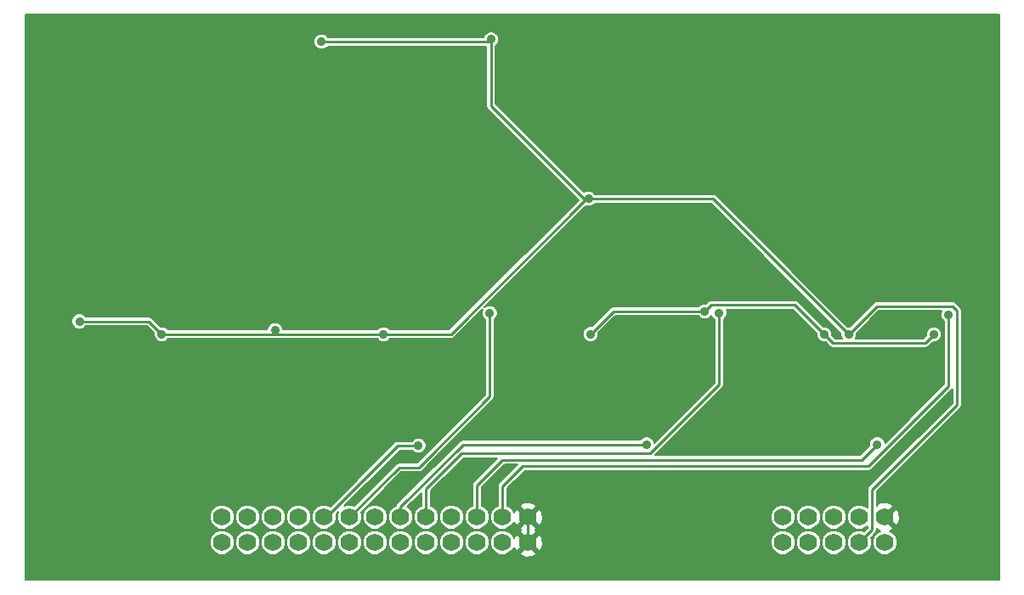
<source format=gbl>
G04 (created by PCBNEW (2013-may-18)-stable) date 2014年03月20日 星期四 16时05分54秒*
%MOIN*%
G04 Gerber Fmt 3.4, Leading zero omitted, Abs format*
%FSLAX34Y34*%
G01*
G70*
G90*
G04 APERTURE LIST*
%ADD10C,0.00590551*%
%ADD11C,0.0693*%
%ADD12C,0.035*%
%ADD13C,0.01*%
%ADD14C,0.005*%
G04 APERTURE END LIST*
G54D10*
G54D11*
X96375Y-73125D03*
X96375Y-72125D03*
X97375Y-73125D03*
X97375Y-72125D03*
X98375Y-73125D03*
X98375Y-72125D03*
X99375Y-73125D03*
X99375Y-72125D03*
X100375Y-73125D03*
X100375Y-72125D03*
X74375Y-73125D03*
X74375Y-72125D03*
X77375Y-73125D03*
X77375Y-72125D03*
X78375Y-73125D03*
X78375Y-72125D03*
X86375Y-72125D03*
X86375Y-73125D03*
X85375Y-72125D03*
X85375Y-73125D03*
X84375Y-72125D03*
X84375Y-73125D03*
X83375Y-72125D03*
X83375Y-73125D03*
X82375Y-72125D03*
X82375Y-73125D03*
X81375Y-72125D03*
X81375Y-73125D03*
X80375Y-72125D03*
X80375Y-73125D03*
X79375Y-72125D03*
X79375Y-73125D03*
X76375Y-72125D03*
X76375Y-73125D03*
X75375Y-72125D03*
X75375Y-73125D03*
G54D12*
X88834Y-64940D03*
X93313Y-64050D03*
X98001Y-64954D03*
X102298Y-64951D03*
X98953Y-64951D03*
X80709Y-64950D03*
X72011Y-64950D03*
X76453Y-64793D03*
X88755Y-59625D03*
X68788Y-64443D03*
X84925Y-53369D03*
X78272Y-53455D03*
X84875Y-64125D03*
X93875Y-64125D03*
X102875Y-64175D03*
X82975Y-68300D03*
X83000Y-67200D03*
X74250Y-69325D03*
X75125Y-70150D03*
X72900Y-65675D03*
X70900Y-67100D03*
X70950Y-68600D03*
X74350Y-65675D03*
X76625Y-63825D03*
X77100Y-62975D03*
X97625Y-58150D03*
X96650Y-60700D03*
X96650Y-61975D03*
X98375Y-62050D03*
X98825Y-67425D03*
X98800Y-68375D03*
X92000Y-67025D03*
X91975Y-67950D03*
X88850Y-64225D03*
X88800Y-63650D03*
X89825Y-68325D03*
X89825Y-67000D03*
X88000Y-68625D03*
X87425Y-67050D03*
X86875Y-63225D03*
X86250Y-63825D03*
X86875Y-64325D03*
X87875Y-64225D03*
X96125Y-64400D03*
X96125Y-67225D03*
X94425Y-67050D03*
X96775Y-64300D03*
X77516Y-64462D03*
X81941Y-64531D03*
X79237Y-64549D03*
X73288Y-64562D03*
X70540Y-62416D03*
X83333Y-64386D03*
X74511Y-64550D03*
X82075Y-69325D03*
X91025Y-69275D03*
X100075Y-69275D03*
G54D13*
X93313Y-64050D02*
X89724Y-64050D01*
X89724Y-64050D02*
X88834Y-64940D01*
X96846Y-63798D02*
X98001Y-64954D01*
X93565Y-63798D02*
X96846Y-63798D01*
X93313Y-64050D02*
X93565Y-63798D01*
X101952Y-65297D02*
X102298Y-64951D01*
X98344Y-65297D02*
X101952Y-65297D01*
X98001Y-64954D02*
X98344Y-65297D01*
X82575Y-64950D02*
X83350Y-64950D01*
X88675Y-59625D02*
X88755Y-59625D01*
X83350Y-64950D02*
X88675Y-59625D01*
X76453Y-64950D02*
X76453Y-64793D01*
X72011Y-64950D02*
X76453Y-64950D01*
X100066Y-63838D02*
X98953Y-64951D01*
X103027Y-63838D02*
X100066Y-63838D01*
X103201Y-64012D02*
X103027Y-63838D01*
X103201Y-67715D02*
X103201Y-64012D01*
X99875Y-71042D02*
X103201Y-67715D01*
X99875Y-72625D02*
X99875Y-71042D01*
X99375Y-73125D02*
X99875Y-72625D01*
X93626Y-59625D02*
X88755Y-59625D01*
X98953Y-64951D02*
X93626Y-59625D01*
X76453Y-64950D02*
X80709Y-64950D01*
X71504Y-64443D02*
X72011Y-64950D01*
X68788Y-64443D02*
X71504Y-64443D01*
X80709Y-64950D02*
X82575Y-64950D01*
X88577Y-59625D02*
X88755Y-59625D01*
X84925Y-53369D02*
X84925Y-53455D01*
X84925Y-55972D02*
X88577Y-59625D01*
X84925Y-53455D02*
X84925Y-55972D01*
X84925Y-53455D02*
X78272Y-53455D01*
X82100Y-70175D02*
X82450Y-69825D01*
X81325Y-70175D02*
X82100Y-70175D01*
X79375Y-72125D02*
X81325Y-70175D01*
X84875Y-67400D02*
X84875Y-67125D01*
X82450Y-69825D02*
X84875Y-67400D01*
X84875Y-67125D02*
X84875Y-64125D01*
X82375Y-72125D02*
X82375Y-71025D01*
X83775Y-69625D02*
X91175Y-69625D01*
X82375Y-71025D02*
X83775Y-69625D01*
X93875Y-66925D02*
X93875Y-64125D01*
X91175Y-69625D02*
X93875Y-66925D01*
X102875Y-66975D02*
X102875Y-64175D01*
X99725Y-70125D02*
X102875Y-66975D01*
X86175Y-70125D02*
X99725Y-70125D01*
X85375Y-70925D02*
X86175Y-70125D01*
X85375Y-72125D02*
X85375Y-70925D01*
X86375Y-73125D02*
X86375Y-72125D01*
X74250Y-69325D02*
X74250Y-70500D01*
X74250Y-70500D02*
X74750Y-71000D01*
X74750Y-71000D02*
X78425Y-71000D01*
X78425Y-71000D02*
X81125Y-68300D01*
X81125Y-68300D02*
X82975Y-68300D01*
X83000Y-67200D02*
X82825Y-67375D01*
X82825Y-67375D02*
X78750Y-67375D01*
X78750Y-67375D02*
X75975Y-70150D01*
X75975Y-70150D02*
X75125Y-70150D01*
X70950Y-68600D02*
X73525Y-68600D01*
X73525Y-68600D02*
X74250Y-69325D01*
X75125Y-70150D02*
X75200Y-70075D01*
X75200Y-70075D02*
X75200Y-66525D01*
X75200Y-66525D02*
X74350Y-65675D01*
X72900Y-65675D02*
X71475Y-67100D01*
X71475Y-67100D02*
X70900Y-67100D01*
X70950Y-68600D02*
X73875Y-65675D01*
X73875Y-65675D02*
X74350Y-65675D01*
X77516Y-64462D02*
X77262Y-64462D01*
X77262Y-64462D02*
X76625Y-63825D01*
X77100Y-62975D02*
X78625Y-62975D01*
X78625Y-62975D02*
X79237Y-63587D01*
X79237Y-63587D02*
X79237Y-64549D01*
X97625Y-58150D02*
X96650Y-59125D01*
X96650Y-59125D02*
X96650Y-60700D01*
X96650Y-61975D02*
X96725Y-62050D01*
X96725Y-62050D02*
X98375Y-62050D01*
X96125Y-67225D02*
X98625Y-67225D01*
X98625Y-67225D02*
X98825Y-67425D01*
X98800Y-68375D02*
X98425Y-68750D01*
X98425Y-68750D02*
X96125Y-68750D01*
X96125Y-68750D02*
X94425Y-67050D01*
X89825Y-67000D02*
X91975Y-67000D01*
X91975Y-67000D02*
X92000Y-67025D01*
X91975Y-67950D02*
X91600Y-68325D01*
X91600Y-68325D02*
X89825Y-68325D01*
X87875Y-64225D02*
X88850Y-64225D01*
X88800Y-63650D02*
X88375Y-63225D01*
X88375Y-63225D02*
X86875Y-63225D01*
X88000Y-68625D02*
X89525Y-68625D01*
X89525Y-68625D02*
X89825Y-68325D01*
X89825Y-67000D02*
X89775Y-67050D01*
X89775Y-67050D02*
X87425Y-67050D01*
X87875Y-64225D02*
X87875Y-66600D01*
X87450Y-63800D02*
X86875Y-63225D01*
X87450Y-64550D02*
X87450Y-63800D01*
X86925Y-65075D02*
X87450Y-64550D01*
X86925Y-67550D02*
X86925Y-65075D01*
X88000Y-68625D02*
X86925Y-67550D01*
X87875Y-66600D02*
X87425Y-67050D01*
X86250Y-63825D02*
X86750Y-64325D01*
X86750Y-64325D02*
X86875Y-64325D01*
X96125Y-64400D02*
X96125Y-67225D01*
X94425Y-67050D02*
X95075Y-66400D01*
X95075Y-66400D02*
X95075Y-64475D01*
X95075Y-64475D02*
X95525Y-64025D01*
X95525Y-64025D02*
X96500Y-64025D01*
X96500Y-64025D02*
X96775Y-64300D01*
X79237Y-64531D02*
X79237Y-64549D01*
X77585Y-64531D02*
X77516Y-64462D01*
X79237Y-64531D02*
X77585Y-64531D01*
X81941Y-64531D02*
X79237Y-64531D01*
X82086Y-64386D02*
X83333Y-64386D01*
X81941Y-64531D02*
X82086Y-64386D01*
X71242Y-62416D02*
X73288Y-64462D01*
X70540Y-62416D02*
X71242Y-62416D01*
X73288Y-64462D02*
X73288Y-64562D01*
X73288Y-64462D02*
X74511Y-64462D01*
X77516Y-64462D02*
X74511Y-64462D01*
X74511Y-64462D02*
X74511Y-64550D01*
X81275Y-69325D02*
X82075Y-69325D01*
X78475Y-72125D02*
X81275Y-69325D01*
X78375Y-72125D02*
X78475Y-72125D01*
X81375Y-72125D02*
X81375Y-71725D01*
X81375Y-71725D02*
X83825Y-69275D01*
X83825Y-69275D02*
X85850Y-69275D01*
X85850Y-69275D02*
X91025Y-69275D01*
X99475Y-69875D02*
X100075Y-69275D01*
X85375Y-69875D02*
X99475Y-69875D01*
X84375Y-70875D02*
X85375Y-69875D01*
X84375Y-72125D02*
X84375Y-70875D01*
G54D10*
G36*
X102690Y-66898D02*
X100382Y-69206D01*
X100337Y-69099D01*
X100250Y-69012D01*
X100136Y-68965D01*
X100013Y-68964D01*
X99899Y-69012D01*
X99812Y-69099D01*
X99765Y-69213D01*
X99764Y-69323D01*
X99398Y-69690D01*
X91371Y-69690D01*
X94005Y-67055D01*
X94005Y-67055D01*
X94045Y-66995D01*
X94059Y-66925D01*
X94060Y-66925D01*
X94060Y-64378D01*
X94137Y-64300D01*
X94184Y-64186D01*
X94185Y-64063D01*
X94152Y-63983D01*
X96769Y-63983D01*
X97691Y-64906D01*
X97691Y-65015D01*
X97738Y-65129D01*
X97825Y-65217D01*
X97939Y-65264D01*
X98050Y-65264D01*
X98213Y-65428D01*
X98213Y-65428D01*
X98273Y-65468D01*
X98344Y-65482D01*
X101952Y-65482D01*
X101952Y-65482D01*
X102023Y-65468D01*
X102083Y-65428D01*
X102250Y-65261D01*
X102360Y-65261D01*
X102474Y-65214D01*
X102561Y-65127D01*
X102608Y-65013D01*
X102608Y-64890D01*
X102561Y-64776D01*
X102474Y-64689D01*
X102360Y-64641D01*
X102237Y-64641D01*
X102123Y-64688D01*
X102036Y-64775D01*
X101988Y-64889D01*
X101988Y-65000D01*
X101876Y-65112D01*
X99222Y-65112D01*
X99263Y-65013D01*
X99263Y-64903D01*
X100143Y-64023D01*
X102602Y-64023D01*
X102565Y-64113D01*
X102564Y-64236D01*
X102612Y-64350D01*
X102690Y-64428D01*
X102690Y-66898D01*
X102690Y-66898D01*
G37*
G54D14*
X102690Y-66898D02*
X100382Y-69206D01*
X100337Y-69099D01*
X100250Y-69012D01*
X100136Y-68965D01*
X100013Y-68964D01*
X99899Y-69012D01*
X99812Y-69099D01*
X99765Y-69213D01*
X99764Y-69323D01*
X99398Y-69690D01*
X91371Y-69690D01*
X94005Y-67055D01*
X94005Y-67055D01*
X94045Y-66995D01*
X94059Y-66925D01*
X94060Y-66925D01*
X94060Y-64378D01*
X94137Y-64300D01*
X94184Y-64186D01*
X94185Y-64063D01*
X94152Y-63983D01*
X96769Y-63983D01*
X97691Y-64906D01*
X97691Y-65015D01*
X97738Y-65129D01*
X97825Y-65217D01*
X97939Y-65264D01*
X98050Y-65264D01*
X98213Y-65428D01*
X98213Y-65428D01*
X98273Y-65468D01*
X98344Y-65482D01*
X101952Y-65482D01*
X101952Y-65482D01*
X102023Y-65468D01*
X102083Y-65428D01*
X102250Y-65261D01*
X102360Y-65261D01*
X102474Y-65214D01*
X102561Y-65127D01*
X102608Y-65013D01*
X102608Y-64890D01*
X102561Y-64776D01*
X102474Y-64689D01*
X102360Y-64641D01*
X102237Y-64641D01*
X102123Y-64688D01*
X102036Y-64775D01*
X101988Y-64889D01*
X101988Y-65000D01*
X101876Y-65112D01*
X99222Y-65112D01*
X99263Y-65013D01*
X99263Y-64903D01*
X100143Y-64023D01*
X102602Y-64023D01*
X102565Y-64113D01*
X102564Y-64236D01*
X102612Y-64350D01*
X102690Y-64428D01*
X102690Y-66898D01*
G54D10*
G36*
X104850Y-74600D02*
X103386Y-74600D01*
X103386Y-67715D01*
X103386Y-64012D01*
X103372Y-63942D01*
X103332Y-63882D01*
X103332Y-63882D01*
X103157Y-63707D01*
X103097Y-63667D01*
X103027Y-63653D01*
X100066Y-63653D01*
X99995Y-63667D01*
X99959Y-63691D01*
X99935Y-63707D01*
X99001Y-64641D01*
X98904Y-64641D01*
X93757Y-59494D01*
X93697Y-59454D01*
X93626Y-59440D01*
X89008Y-59440D01*
X88931Y-59362D01*
X88817Y-59315D01*
X88693Y-59314D01*
X88579Y-59362D01*
X88578Y-59363D01*
X85110Y-55895D01*
X85110Y-53622D01*
X85187Y-53544D01*
X85235Y-53431D01*
X85235Y-53307D01*
X85188Y-53193D01*
X85101Y-53106D01*
X84987Y-53059D01*
X84863Y-53059D01*
X84749Y-53106D01*
X84662Y-53193D01*
X84630Y-53270D01*
X78526Y-53270D01*
X78448Y-53192D01*
X78334Y-53145D01*
X78211Y-53145D01*
X78097Y-53192D01*
X78010Y-53279D01*
X77962Y-53393D01*
X77962Y-53516D01*
X78009Y-53630D01*
X78096Y-53718D01*
X78210Y-53765D01*
X78334Y-53765D01*
X78448Y-53718D01*
X78526Y-53640D01*
X84740Y-53640D01*
X84740Y-55972D01*
X84754Y-56043D01*
X84794Y-56103D01*
X88364Y-59673D01*
X83273Y-64765D01*
X82575Y-64765D01*
X80963Y-64765D01*
X80885Y-64687D01*
X80771Y-64640D01*
X80648Y-64639D01*
X80534Y-64687D01*
X80456Y-64765D01*
X76763Y-64765D01*
X76763Y-64732D01*
X76716Y-64618D01*
X76628Y-64531D01*
X76515Y-64483D01*
X76391Y-64483D01*
X76277Y-64530D01*
X76190Y-64617D01*
X76143Y-64731D01*
X76143Y-64765D01*
X72264Y-64765D01*
X72186Y-64687D01*
X72072Y-64640D01*
X71962Y-64639D01*
X71634Y-64312D01*
X71574Y-64272D01*
X71504Y-64258D01*
X69042Y-64258D01*
X68964Y-64180D01*
X68850Y-64133D01*
X68727Y-64132D01*
X68613Y-64180D01*
X68526Y-64267D01*
X68478Y-64381D01*
X68478Y-64504D01*
X68525Y-64618D01*
X68613Y-64705D01*
X68727Y-64752D01*
X68850Y-64753D01*
X68964Y-64705D01*
X69042Y-64628D01*
X71427Y-64628D01*
X71701Y-64901D01*
X71701Y-65011D01*
X71748Y-65125D01*
X71835Y-65212D01*
X71949Y-65259D01*
X72072Y-65260D01*
X72186Y-65212D01*
X72264Y-65135D01*
X76453Y-65135D01*
X80456Y-65135D01*
X80534Y-65212D01*
X80647Y-65259D01*
X80771Y-65260D01*
X80885Y-65212D01*
X80963Y-65135D01*
X82575Y-65135D01*
X83350Y-65135D01*
X83350Y-65134D01*
X83420Y-65120D01*
X83480Y-65080D01*
X84612Y-63949D01*
X84565Y-64063D01*
X84564Y-64186D01*
X84612Y-64300D01*
X84690Y-64378D01*
X84690Y-67125D01*
X84690Y-67323D01*
X82319Y-69694D01*
X82319Y-69694D01*
X82023Y-69990D01*
X81325Y-69990D01*
X81254Y-70004D01*
X81218Y-70028D01*
X81194Y-70044D01*
X79558Y-71679D01*
X79471Y-71643D01*
X79279Y-71643D01*
X79174Y-71686D01*
X81351Y-69510D01*
X81821Y-69510D01*
X81899Y-69587D01*
X82013Y-69634D01*
X82136Y-69635D01*
X82250Y-69587D01*
X82337Y-69500D01*
X82384Y-69386D01*
X82385Y-69263D01*
X82337Y-69149D01*
X82250Y-69062D01*
X82136Y-69015D01*
X82013Y-69014D01*
X81899Y-69062D01*
X81821Y-69140D01*
X81275Y-69140D01*
X81204Y-69154D01*
X81184Y-69167D01*
X81144Y-69194D01*
X78629Y-71709D01*
X78471Y-71643D01*
X78279Y-71643D01*
X78102Y-71716D01*
X77967Y-71851D01*
X77893Y-72028D01*
X77893Y-72220D01*
X77966Y-72397D01*
X78101Y-72532D01*
X78278Y-72606D01*
X78470Y-72606D01*
X78647Y-72533D01*
X78782Y-72398D01*
X78856Y-72221D01*
X78856Y-72029D01*
X78849Y-72012D01*
X78936Y-71924D01*
X78893Y-72028D01*
X78893Y-72220D01*
X78966Y-72397D01*
X79101Y-72532D01*
X79278Y-72606D01*
X79470Y-72606D01*
X79647Y-72533D01*
X79782Y-72398D01*
X79856Y-72221D01*
X79856Y-72029D01*
X79820Y-71941D01*
X81401Y-70360D01*
X82100Y-70360D01*
X82100Y-70359D01*
X82170Y-70345D01*
X82230Y-70305D01*
X82580Y-69955D01*
X82580Y-69955D01*
X82580Y-69955D01*
X85005Y-67530D01*
X85005Y-67530D01*
X85045Y-67470D01*
X85059Y-67400D01*
X85060Y-67400D01*
X85060Y-67125D01*
X85060Y-64378D01*
X85137Y-64300D01*
X85184Y-64186D01*
X85185Y-64063D01*
X85137Y-63949D01*
X85050Y-63862D01*
X84936Y-63815D01*
X84813Y-63814D01*
X84699Y-63862D01*
X84676Y-63885D01*
X88646Y-59915D01*
X88693Y-59934D01*
X88816Y-59935D01*
X88930Y-59887D01*
X89008Y-59810D01*
X93549Y-59810D01*
X98643Y-64903D01*
X98643Y-65013D01*
X98684Y-65112D01*
X98421Y-65112D01*
X98311Y-65002D01*
X98311Y-64893D01*
X98264Y-64779D01*
X98177Y-64691D01*
X98063Y-64644D01*
X97953Y-64644D01*
X96976Y-63668D01*
X96916Y-63628D01*
X96846Y-63613D01*
X93565Y-63613D01*
X93494Y-63628D01*
X93474Y-63641D01*
X93434Y-63668D01*
X93362Y-63740D01*
X93252Y-63739D01*
X93138Y-63787D01*
X93060Y-63865D01*
X89724Y-63865D01*
X89654Y-63879D01*
X89593Y-63919D01*
X88882Y-64630D01*
X88773Y-64630D01*
X88659Y-64677D01*
X88571Y-64764D01*
X88524Y-64878D01*
X88524Y-65001D01*
X88571Y-65115D01*
X88658Y-65203D01*
X88772Y-65250D01*
X88895Y-65250D01*
X89009Y-65203D01*
X89097Y-65116D01*
X89144Y-65002D01*
X89144Y-64891D01*
X89801Y-64235D01*
X93060Y-64235D01*
X93138Y-64312D01*
X93252Y-64359D01*
X93375Y-64360D01*
X93489Y-64312D01*
X93576Y-64225D01*
X93578Y-64220D01*
X93612Y-64300D01*
X93690Y-64378D01*
X93690Y-66848D01*
X91332Y-69206D01*
X91287Y-69099D01*
X91200Y-69012D01*
X91086Y-68965D01*
X90963Y-68964D01*
X90849Y-69012D01*
X90771Y-69090D01*
X85850Y-69090D01*
X83825Y-69090D01*
X83754Y-69104D01*
X83734Y-69117D01*
X83694Y-69144D01*
X81244Y-71594D01*
X81204Y-71654D01*
X81199Y-71676D01*
X81102Y-71716D01*
X80967Y-71851D01*
X80893Y-72028D01*
X80893Y-72220D01*
X80966Y-72397D01*
X81101Y-72532D01*
X81278Y-72606D01*
X81470Y-72606D01*
X81647Y-72533D01*
X81782Y-72398D01*
X81856Y-72221D01*
X81856Y-72029D01*
X81783Y-71852D01*
X81648Y-71717D01*
X81645Y-71716D01*
X82190Y-71171D01*
X82190Y-71680D01*
X82102Y-71716D01*
X81967Y-71851D01*
X81893Y-72028D01*
X81893Y-72220D01*
X81966Y-72397D01*
X82101Y-72532D01*
X82278Y-72606D01*
X82470Y-72606D01*
X82647Y-72533D01*
X82782Y-72398D01*
X82856Y-72221D01*
X82856Y-72029D01*
X82783Y-71852D01*
X82648Y-71717D01*
X82560Y-71680D01*
X82560Y-71101D01*
X83851Y-69810D01*
X85178Y-69810D01*
X84244Y-70744D01*
X84204Y-70804D01*
X84190Y-70875D01*
X84190Y-71680D01*
X84102Y-71716D01*
X83967Y-71851D01*
X83893Y-72028D01*
X83893Y-72220D01*
X83966Y-72397D01*
X84101Y-72532D01*
X84278Y-72606D01*
X84470Y-72606D01*
X84647Y-72533D01*
X84782Y-72398D01*
X84856Y-72221D01*
X84856Y-72029D01*
X84783Y-71852D01*
X84648Y-71717D01*
X84560Y-71680D01*
X84560Y-70951D01*
X85451Y-70060D01*
X85978Y-70060D01*
X85244Y-70794D01*
X85204Y-70854D01*
X85190Y-70925D01*
X85190Y-71680D01*
X85102Y-71716D01*
X84967Y-71851D01*
X84893Y-72028D01*
X84893Y-72220D01*
X84966Y-72397D01*
X85101Y-72532D01*
X85278Y-72606D01*
X85470Y-72606D01*
X85647Y-72533D01*
X85782Y-72398D01*
X85822Y-72304D01*
X85863Y-72403D01*
X85953Y-72440D01*
X86268Y-72125D01*
X85953Y-71809D01*
X85863Y-71846D01*
X85827Y-71960D01*
X85783Y-71852D01*
X85648Y-71717D01*
X85560Y-71680D01*
X85560Y-71001D01*
X86251Y-70310D01*
X99725Y-70310D01*
X99725Y-70309D01*
X99795Y-70295D01*
X99855Y-70255D01*
X103005Y-67105D01*
X103005Y-67105D01*
X103016Y-67089D01*
X103016Y-67638D01*
X99744Y-70911D01*
X99704Y-70971D01*
X99690Y-71042D01*
X99690Y-71759D01*
X99648Y-71717D01*
X99471Y-71643D01*
X99279Y-71643D01*
X99102Y-71716D01*
X98967Y-71851D01*
X98893Y-72028D01*
X98893Y-72220D01*
X98966Y-72397D01*
X99101Y-72532D01*
X99278Y-72606D01*
X99470Y-72606D01*
X99647Y-72533D01*
X99690Y-72490D01*
X99690Y-72548D01*
X99558Y-72679D01*
X99471Y-72643D01*
X99279Y-72643D01*
X99102Y-72716D01*
X98967Y-72851D01*
X98893Y-73028D01*
X98893Y-73220D01*
X98966Y-73397D01*
X99101Y-73532D01*
X99278Y-73606D01*
X99470Y-73606D01*
X99647Y-73533D01*
X99782Y-73398D01*
X99856Y-73221D01*
X99856Y-73029D01*
X99820Y-72941D01*
X100005Y-72755D01*
X100005Y-72755D01*
X100045Y-72695D01*
X100059Y-72625D01*
X100060Y-72625D01*
X100060Y-72547D01*
X100096Y-72636D01*
X100210Y-72672D01*
X100102Y-72716D01*
X99967Y-72851D01*
X99893Y-73028D01*
X99893Y-73220D01*
X99966Y-73397D01*
X100101Y-73532D01*
X100278Y-73606D01*
X100470Y-73606D01*
X100647Y-73533D01*
X100782Y-73398D01*
X100856Y-73221D01*
X100856Y-73029D01*
X100783Y-72852D01*
X100648Y-72717D01*
X100554Y-72677D01*
X100653Y-72636D01*
X100690Y-72546D01*
X100375Y-72231D01*
X100369Y-72236D01*
X100263Y-72130D01*
X100268Y-72125D01*
X100263Y-72119D01*
X100369Y-72013D01*
X100375Y-72018D01*
X100690Y-71703D01*
X100653Y-71613D01*
X100436Y-71545D01*
X100210Y-71565D01*
X100096Y-71613D01*
X100060Y-71702D01*
X100060Y-71118D01*
X103332Y-67846D01*
X103332Y-67846D01*
X103372Y-67786D01*
X103386Y-67715D01*
X103386Y-67715D01*
X103386Y-74600D01*
X100954Y-74600D01*
X100954Y-72186D01*
X100934Y-71960D01*
X100886Y-71846D01*
X100796Y-71809D01*
X100481Y-72125D01*
X100796Y-72440D01*
X100886Y-72403D01*
X100954Y-72186D01*
X100954Y-74600D01*
X98856Y-74600D01*
X98856Y-73029D01*
X98856Y-72029D01*
X98783Y-71852D01*
X98648Y-71717D01*
X98471Y-71643D01*
X98279Y-71643D01*
X98102Y-71716D01*
X97967Y-71851D01*
X97893Y-72028D01*
X97893Y-72220D01*
X97966Y-72397D01*
X98101Y-72532D01*
X98278Y-72606D01*
X98470Y-72606D01*
X98647Y-72533D01*
X98782Y-72398D01*
X98856Y-72221D01*
X98856Y-72029D01*
X98856Y-73029D01*
X98783Y-72852D01*
X98648Y-72717D01*
X98471Y-72643D01*
X98279Y-72643D01*
X98102Y-72716D01*
X97967Y-72851D01*
X97893Y-73028D01*
X97893Y-73220D01*
X97966Y-73397D01*
X98101Y-73532D01*
X98278Y-73606D01*
X98470Y-73606D01*
X98647Y-73533D01*
X98782Y-73398D01*
X98856Y-73221D01*
X98856Y-73029D01*
X98856Y-74600D01*
X97856Y-74600D01*
X97856Y-73029D01*
X97856Y-72029D01*
X97783Y-71852D01*
X97648Y-71717D01*
X97471Y-71643D01*
X97279Y-71643D01*
X97102Y-71716D01*
X96967Y-71851D01*
X96893Y-72028D01*
X96893Y-72220D01*
X96966Y-72397D01*
X97101Y-72532D01*
X97278Y-72606D01*
X97470Y-72606D01*
X97647Y-72533D01*
X97782Y-72398D01*
X97856Y-72221D01*
X97856Y-72029D01*
X97856Y-73029D01*
X97783Y-72852D01*
X97648Y-72717D01*
X97471Y-72643D01*
X97279Y-72643D01*
X97102Y-72716D01*
X96967Y-72851D01*
X96893Y-73028D01*
X96893Y-73220D01*
X96966Y-73397D01*
X97101Y-73532D01*
X97278Y-73606D01*
X97470Y-73606D01*
X97647Y-73533D01*
X97782Y-73398D01*
X97856Y-73221D01*
X97856Y-73029D01*
X97856Y-74600D01*
X96856Y-74600D01*
X96856Y-73029D01*
X96856Y-72029D01*
X96783Y-71852D01*
X96648Y-71717D01*
X96471Y-71643D01*
X96279Y-71643D01*
X96102Y-71716D01*
X95967Y-71851D01*
X95893Y-72028D01*
X95893Y-72220D01*
X95966Y-72397D01*
X96101Y-72532D01*
X96278Y-72606D01*
X96470Y-72606D01*
X96647Y-72533D01*
X96782Y-72398D01*
X96856Y-72221D01*
X96856Y-72029D01*
X96856Y-73029D01*
X96783Y-72852D01*
X96648Y-72717D01*
X96471Y-72643D01*
X96279Y-72643D01*
X96102Y-72716D01*
X95967Y-72851D01*
X95893Y-73028D01*
X95893Y-73220D01*
X95966Y-73397D01*
X96101Y-73532D01*
X96278Y-73606D01*
X96470Y-73606D01*
X96647Y-73533D01*
X96782Y-73398D01*
X96856Y-73221D01*
X96856Y-73029D01*
X96856Y-74600D01*
X86954Y-74600D01*
X86954Y-73186D01*
X86954Y-72186D01*
X86934Y-71960D01*
X86886Y-71846D01*
X86796Y-71809D01*
X86690Y-71915D01*
X86690Y-71703D01*
X86653Y-71613D01*
X86436Y-71545D01*
X86210Y-71565D01*
X86096Y-71613D01*
X86059Y-71703D01*
X86375Y-72018D01*
X86690Y-71703D01*
X86690Y-71915D01*
X86481Y-72125D01*
X86796Y-72440D01*
X86886Y-72403D01*
X86954Y-72186D01*
X86954Y-73186D01*
X86934Y-72960D01*
X86886Y-72846D01*
X86796Y-72809D01*
X86690Y-72915D01*
X86690Y-72703D01*
X86658Y-72625D01*
X86690Y-72546D01*
X86375Y-72231D01*
X86059Y-72546D01*
X86091Y-72624D01*
X86059Y-72703D01*
X86375Y-73018D01*
X86690Y-72703D01*
X86690Y-72915D01*
X86481Y-73125D01*
X86796Y-73440D01*
X86886Y-73403D01*
X86954Y-73186D01*
X86954Y-74600D01*
X86690Y-74600D01*
X86690Y-73546D01*
X86375Y-73231D01*
X86268Y-73337D01*
X86268Y-73125D01*
X85953Y-72809D01*
X85863Y-72846D01*
X85827Y-72960D01*
X85783Y-72852D01*
X85648Y-72717D01*
X85471Y-72643D01*
X85279Y-72643D01*
X85102Y-72716D01*
X84967Y-72851D01*
X84893Y-73028D01*
X84893Y-73220D01*
X84966Y-73397D01*
X85101Y-73532D01*
X85278Y-73606D01*
X85470Y-73606D01*
X85647Y-73533D01*
X85782Y-73398D01*
X85822Y-73304D01*
X85863Y-73403D01*
X85953Y-73440D01*
X86268Y-73125D01*
X86268Y-73337D01*
X86059Y-73546D01*
X86096Y-73636D01*
X86313Y-73704D01*
X86539Y-73684D01*
X86653Y-73636D01*
X86690Y-73546D01*
X86690Y-74600D01*
X84856Y-74600D01*
X84856Y-73029D01*
X84783Y-72852D01*
X84648Y-72717D01*
X84471Y-72643D01*
X84279Y-72643D01*
X84102Y-72716D01*
X83967Y-72851D01*
X83893Y-73028D01*
X83893Y-73220D01*
X83966Y-73397D01*
X84101Y-73532D01*
X84278Y-73606D01*
X84470Y-73606D01*
X84647Y-73533D01*
X84782Y-73398D01*
X84856Y-73221D01*
X84856Y-73029D01*
X84856Y-74600D01*
X83856Y-74600D01*
X83856Y-73029D01*
X83856Y-72029D01*
X83783Y-71852D01*
X83648Y-71717D01*
X83471Y-71643D01*
X83279Y-71643D01*
X83102Y-71716D01*
X82967Y-71851D01*
X82893Y-72028D01*
X82893Y-72220D01*
X82966Y-72397D01*
X83101Y-72532D01*
X83278Y-72606D01*
X83470Y-72606D01*
X83647Y-72533D01*
X83782Y-72398D01*
X83856Y-72221D01*
X83856Y-72029D01*
X83856Y-73029D01*
X83783Y-72852D01*
X83648Y-72717D01*
X83471Y-72643D01*
X83279Y-72643D01*
X83102Y-72716D01*
X82967Y-72851D01*
X82893Y-73028D01*
X82893Y-73220D01*
X82966Y-73397D01*
X83101Y-73532D01*
X83278Y-73606D01*
X83470Y-73606D01*
X83647Y-73533D01*
X83782Y-73398D01*
X83856Y-73221D01*
X83856Y-73029D01*
X83856Y-74600D01*
X82856Y-74600D01*
X82856Y-73029D01*
X82783Y-72852D01*
X82648Y-72717D01*
X82471Y-72643D01*
X82279Y-72643D01*
X82102Y-72716D01*
X81967Y-72851D01*
X81893Y-73028D01*
X81893Y-73220D01*
X81966Y-73397D01*
X82101Y-73532D01*
X82278Y-73606D01*
X82470Y-73606D01*
X82647Y-73533D01*
X82782Y-73398D01*
X82856Y-73221D01*
X82856Y-73029D01*
X82856Y-74600D01*
X81856Y-74600D01*
X81856Y-73029D01*
X81783Y-72852D01*
X81648Y-72717D01*
X81471Y-72643D01*
X81279Y-72643D01*
X81102Y-72716D01*
X80967Y-72851D01*
X80893Y-73028D01*
X80893Y-73220D01*
X80966Y-73397D01*
X81101Y-73532D01*
X81278Y-73606D01*
X81470Y-73606D01*
X81647Y-73533D01*
X81782Y-73398D01*
X81856Y-73221D01*
X81856Y-73029D01*
X81856Y-74600D01*
X80856Y-74600D01*
X80856Y-73029D01*
X80856Y-72029D01*
X80783Y-71852D01*
X80648Y-71717D01*
X80471Y-71643D01*
X80279Y-71643D01*
X80102Y-71716D01*
X79967Y-71851D01*
X79893Y-72028D01*
X79893Y-72220D01*
X79966Y-72397D01*
X80101Y-72532D01*
X80278Y-72606D01*
X80470Y-72606D01*
X80647Y-72533D01*
X80782Y-72398D01*
X80856Y-72221D01*
X80856Y-72029D01*
X80856Y-73029D01*
X80783Y-72852D01*
X80648Y-72717D01*
X80471Y-72643D01*
X80279Y-72643D01*
X80102Y-72716D01*
X79967Y-72851D01*
X79893Y-73028D01*
X79893Y-73220D01*
X79966Y-73397D01*
X80101Y-73532D01*
X80278Y-73606D01*
X80470Y-73606D01*
X80647Y-73533D01*
X80782Y-73398D01*
X80856Y-73221D01*
X80856Y-73029D01*
X80856Y-74600D01*
X79856Y-74600D01*
X79856Y-73029D01*
X79783Y-72852D01*
X79648Y-72717D01*
X79471Y-72643D01*
X79279Y-72643D01*
X79102Y-72716D01*
X78967Y-72851D01*
X78893Y-73028D01*
X78893Y-73220D01*
X78966Y-73397D01*
X79101Y-73532D01*
X79278Y-73606D01*
X79470Y-73606D01*
X79647Y-73533D01*
X79782Y-73398D01*
X79856Y-73221D01*
X79856Y-73029D01*
X79856Y-74600D01*
X78856Y-74600D01*
X78856Y-73029D01*
X78783Y-72852D01*
X78648Y-72717D01*
X78471Y-72643D01*
X78279Y-72643D01*
X78102Y-72716D01*
X77967Y-72851D01*
X77893Y-73028D01*
X77893Y-73220D01*
X77966Y-73397D01*
X78101Y-73532D01*
X78278Y-73606D01*
X78470Y-73606D01*
X78647Y-73533D01*
X78782Y-73398D01*
X78856Y-73221D01*
X78856Y-73029D01*
X78856Y-74600D01*
X77856Y-74600D01*
X77856Y-73029D01*
X77856Y-72029D01*
X77783Y-71852D01*
X77648Y-71717D01*
X77471Y-71643D01*
X77279Y-71643D01*
X77102Y-71716D01*
X76967Y-71851D01*
X76893Y-72028D01*
X76893Y-72220D01*
X76966Y-72397D01*
X77101Y-72532D01*
X77278Y-72606D01*
X77470Y-72606D01*
X77647Y-72533D01*
X77782Y-72398D01*
X77856Y-72221D01*
X77856Y-72029D01*
X77856Y-73029D01*
X77783Y-72852D01*
X77648Y-72717D01*
X77471Y-72643D01*
X77279Y-72643D01*
X77102Y-72716D01*
X76967Y-72851D01*
X76893Y-73028D01*
X76893Y-73220D01*
X76966Y-73397D01*
X77101Y-73532D01*
X77278Y-73606D01*
X77470Y-73606D01*
X77647Y-73533D01*
X77782Y-73398D01*
X77856Y-73221D01*
X77856Y-73029D01*
X77856Y-74600D01*
X76856Y-74600D01*
X76856Y-73029D01*
X76856Y-72029D01*
X76783Y-71852D01*
X76648Y-71717D01*
X76471Y-71643D01*
X76279Y-71643D01*
X76102Y-71716D01*
X75967Y-71851D01*
X75893Y-72028D01*
X75893Y-72220D01*
X75966Y-72397D01*
X76101Y-72532D01*
X76278Y-72606D01*
X76470Y-72606D01*
X76647Y-72533D01*
X76782Y-72398D01*
X76856Y-72221D01*
X76856Y-72029D01*
X76856Y-73029D01*
X76783Y-72852D01*
X76648Y-72717D01*
X76471Y-72643D01*
X76279Y-72643D01*
X76102Y-72716D01*
X75967Y-72851D01*
X75893Y-73028D01*
X75893Y-73220D01*
X75966Y-73397D01*
X76101Y-73532D01*
X76278Y-73606D01*
X76470Y-73606D01*
X76647Y-73533D01*
X76782Y-73398D01*
X76856Y-73221D01*
X76856Y-73029D01*
X76856Y-74600D01*
X75856Y-74600D01*
X75856Y-73029D01*
X75856Y-72029D01*
X75783Y-71852D01*
X75648Y-71717D01*
X75471Y-71643D01*
X75279Y-71643D01*
X75102Y-71716D01*
X74967Y-71851D01*
X74893Y-72028D01*
X74893Y-72220D01*
X74966Y-72397D01*
X75101Y-72532D01*
X75278Y-72606D01*
X75470Y-72606D01*
X75647Y-72533D01*
X75782Y-72398D01*
X75856Y-72221D01*
X75856Y-72029D01*
X75856Y-73029D01*
X75783Y-72852D01*
X75648Y-72717D01*
X75471Y-72643D01*
X75279Y-72643D01*
X75102Y-72716D01*
X74967Y-72851D01*
X74893Y-73028D01*
X74893Y-73220D01*
X74966Y-73397D01*
X75101Y-73532D01*
X75278Y-73606D01*
X75470Y-73606D01*
X75647Y-73533D01*
X75782Y-73398D01*
X75856Y-73221D01*
X75856Y-73029D01*
X75856Y-74600D01*
X74856Y-74600D01*
X74856Y-73029D01*
X74856Y-72029D01*
X74783Y-71852D01*
X74648Y-71717D01*
X74471Y-71643D01*
X74279Y-71643D01*
X74102Y-71716D01*
X73967Y-71851D01*
X73893Y-72028D01*
X73893Y-72220D01*
X73966Y-72397D01*
X74101Y-72532D01*
X74278Y-72606D01*
X74470Y-72606D01*
X74647Y-72533D01*
X74782Y-72398D01*
X74856Y-72221D01*
X74856Y-72029D01*
X74856Y-73029D01*
X74783Y-72852D01*
X74648Y-72717D01*
X74471Y-72643D01*
X74279Y-72643D01*
X74102Y-72716D01*
X73967Y-72851D01*
X73893Y-73028D01*
X73893Y-73220D01*
X73966Y-73397D01*
X74101Y-73532D01*
X74278Y-73606D01*
X74470Y-73606D01*
X74647Y-73533D01*
X74782Y-73398D01*
X74856Y-73221D01*
X74856Y-73029D01*
X74856Y-74600D01*
X66650Y-74600D01*
X66650Y-52400D01*
X104850Y-52400D01*
X104850Y-74600D01*
X104850Y-74600D01*
G37*
G54D14*
X104850Y-74600D02*
X103386Y-74600D01*
X103386Y-67715D01*
X103386Y-64012D01*
X103372Y-63942D01*
X103332Y-63882D01*
X103332Y-63882D01*
X103157Y-63707D01*
X103097Y-63667D01*
X103027Y-63653D01*
X100066Y-63653D01*
X99995Y-63667D01*
X99959Y-63691D01*
X99935Y-63707D01*
X99001Y-64641D01*
X98904Y-64641D01*
X93757Y-59494D01*
X93697Y-59454D01*
X93626Y-59440D01*
X89008Y-59440D01*
X88931Y-59362D01*
X88817Y-59315D01*
X88693Y-59314D01*
X88579Y-59362D01*
X88578Y-59363D01*
X85110Y-55895D01*
X85110Y-53622D01*
X85187Y-53544D01*
X85235Y-53431D01*
X85235Y-53307D01*
X85188Y-53193D01*
X85101Y-53106D01*
X84987Y-53059D01*
X84863Y-53059D01*
X84749Y-53106D01*
X84662Y-53193D01*
X84630Y-53270D01*
X78526Y-53270D01*
X78448Y-53192D01*
X78334Y-53145D01*
X78211Y-53145D01*
X78097Y-53192D01*
X78010Y-53279D01*
X77962Y-53393D01*
X77962Y-53516D01*
X78009Y-53630D01*
X78096Y-53718D01*
X78210Y-53765D01*
X78334Y-53765D01*
X78448Y-53718D01*
X78526Y-53640D01*
X84740Y-53640D01*
X84740Y-55972D01*
X84754Y-56043D01*
X84794Y-56103D01*
X88364Y-59673D01*
X83273Y-64765D01*
X82575Y-64765D01*
X80963Y-64765D01*
X80885Y-64687D01*
X80771Y-64640D01*
X80648Y-64639D01*
X80534Y-64687D01*
X80456Y-64765D01*
X76763Y-64765D01*
X76763Y-64732D01*
X76716Y-64618D01*
X76628Y-64531D01*
X76515Y-64483D01*
X76391Y-64483D01*
X76277Y-64530D01*
X76190Y-64617D01*
X76143Y-64731D01*
X76143Y-64765D01*
X72264Y-64765D01*
X72186Y-64687D01*
X72072Y-64640D01*
X71962Y-64639D01*
X71634Y-64312D01*
X71574Y-64272D01*
X71504Y-64258D01*
X69042Y-64258D01*
X68964Y-64180D01*
X68850Y-64133D01*
X68727Y-64132D01*
X68613Y-64180D01*
X68526Y-64267D01*
X68478Y-64381D01*
X68478Y-64504D01*
X68525Y-64618D01*
X68613Y-64705D01*
X68727Y-64752D01*
X68850Y-64753D01*
X68964Y-64705D01*
X69042Y-64628D01*
X71427Y-64628D01*
X71701Y-64901D01*
X71701Y-65011D01*
X71748Y-65125D01*
X71835Y-65212D01*
X71949Y-65259D01*
X72072Y-65260D01*
X72186Y-65212D01*
X72264Y-65135D01*
X76453Y-65135D01*
X80456Y-65135D01*
X80534Y-65212D01*
X80647Y-65259D01*
X80771Y-65260D01*
X80885Y-65212D01*
X80963Y-65135D01*
X82575Y-65135D01*
X83350Y-65135D01*
X83350Y-65134D01*
X83420Y-65120D01*
X83480Y-65080D01*
X84612Y-63949D01*
X84565Y-64063D01*
X84564Y-64186D01*
X84612Y-64300D01*
X84690Y-64378D01*
X84690Y-67125D01*
X84690Y-67323D01*
X82319Y-69694D01*
X82319Y-69694D01*
X82023Y-69990D01*
X81325Y-69990D01*
X81254Y-70004D01*
X81218Y-70028D01*
X81194Y-70044D01*
X79558Y-71679D01*
X79471Y-71643D01*
X79279Y-71643D01*
X79174Y-71686D01*
X81351Y-69510D01*
X81821Y-69510D01*
X81899Y-69587D01*
X82013Y-69634D01*
X82136Y-69635D01*
X82250Y-69587D01*
X82337Y-69500D01*
X82384Y-69386D01*
X82385Y-69263D01*
X82337Y-69149D01*
X82250Y-69062D01*
X82136Y-69015D01*
X82013Y-69014D01*
X81899Y-69062D01*
X81821Y-69140D01*
X81275Y-69140D01*
X81204Y-69154D01*
X81184Y-69167D01*
X81144Y-69194D01*
X78629Y-71709D01*
X78471Y-71643D01*
X78279Y-71643D01*
X78102Y-71716D01*
X77967Y-71851D01*
X77893Y-72028D01*
X77893Y-72220D01*
X77966Y-72397D01*
X78101Y-72532D01*
X78278Y-72606D01*
X78470Y-72606D01*
X78647Y-72533D01*
X78782Y-72398D01*
X78856Y-72221D01*
X78856Y-72029D01*
X78849Y-72012D01*
X78936Y-71924D01*
X78893Y-72028D01*
X78893Y-72220D01*
X78966Y-72397D01*
X79101Y-72532D01*
X79278Y-72606D01*
X79470Y-72606D01*
X79647Y-72533D01*
X79782Y-72398D01*
X79856Y-72221D01*
X79856Y-72029D01*
X79820Y-71941D01*
X81401Y-70360D01*
X82100Y-70360D01*
X82100Y-70359D01*
X82170Y-70345D01*
X82230Y-70305D01*
X82580Y-69955D01*
X82580Y-69955D01*
X82580Y-69955D01*
X85005Y-67530D01*
X85005Y-67530D01*
X85045Y-67470D01*
X85059Y-67400D01*
X85060Y-67400D01*
X85060Y-67125D01*
X85060Y-64378D01*
X85137Y-64300D01*
X85184Y-64186D01*
X85185Y-64063D01*
X85137Y-63949D01*
X85050Y-63862D01*
X84936Y-63815D01*
X84813Y-63814D01*
X84699Y-63862D01*
X84676Y-63885D01*
X88646Y-59915D01*
X88693Y-59934D01*
X88816Y-59935D01*
X88930Y-59887D01*
X89008Y-59810D01*
X93549Y-59810D01*
X98643Y-64903D01*
X98643Y-65013D01*
X98684Y-65112D01*
X98421Y-65112D01*
X98311Y-65002D01*
X98311Y-64893D01*
X98264Y-64779D01*
X98177Y-64691D01*
X98063Y-64644D01*
X97953Y-64644D01*
X96976Y-63668D01*
X96916Y-63628D01*
X96846Y-63613D01*
X93565Y-63613D01*
X93494Y-63628D01*
X93474Y-63641D01*
X93434Y-63668D01*
X93362Y-63740D01*
X93252Y-63739D01*
X93138Y-63787D01*
X93060Y-63865D01*
X89724Y-63865D01*
X89654Y-63879D01*
X89593Y-63919D01*
X88882Y-64630D01*
X88773Y-64630D01*
X88659Y-64677D01*
X88571Y-64764D01*
X88524Y-64878D01*
X88524Y-65001D01*
X88571Y-65115D01*
X88658Y-65203D01*
X88772Y-65250D01*
X88895Y-65250D01*
X89009Y-65203D01*
X89097Y-65116D01*
X89144Y-65002D01*
X89144Y-64891D01*
X89801Y-64235D01*
X93060Y-64235D01*
X93138Y-64312D01*
X93252Y-64359D01*
X93375Y-64360D01*
X93489Y-64312D01*
X93576Y-64225D01*
X93578Y-64220D01*
X93612Y-64300D01*
X93690Y-64378D01*
X93690Y-66848D01*
X91332Y-69206D01*
X91287Y-69099D01*
X91200Y-69012D01*
X91086Y-68965D01*
X90963Y-68964D01*
X90849Y-69012D01*
X90771Y-69090D01*
X85850Y-69090D01*
X83825Y-69090D01*
X83754Y-69104D01*
X83734Y-69117D01*
X83694Y-69144D01*
X81244Y-71594D01*
X81204Y-71654D01*
X81199Y-71676D01*
X81102Y-71716D01*
X80967Y-71851D01*
X80893Y-72028D01*
X80893Y-72220D01*
X80966Y-72397D01*
X81101Y-72532D01*
X81278Y-72606D01*
X81470Y-72606D01*
X81647Y-72533D01*
X81782Y-72398D01*
X81856Y-72221D01*
X81856Y-72029D01*
X81783Y-71852D01*
X81648Y-71717D01*
X81645Y-71716D01*
X82190Y-71171D01*
X82190Y-71680D01*
X82102Y-71716D01*
X81967Y-71851D01*
X81893Y-72028D01*
X81893Y-72220D01*
X81966Y-72397D01*
X82101Y-72532D01*
X82278Y-72606D01*
X82470Y-72606D01*
X82647Y-72533D01*
X82782Y-72398D01*
X82856Y-72221D01*
X82856Y-72029D01*
X82783Y-71852D01*
X82648Y-71717D01*
X82560Y-71680D01*
X82560Y-71101D01*
X83851Y-69810D01*
X85178Y-69810D01*
X84244Y-70744D01*
X84204Y-70804D01*
X84190Y-70875D01*
X84190Y-71680D01*
X84102Y-71716D01*
X83967Y-71851D01*
X83893Y-72028D01*
X83893Y-72220D01*
X83966Y-72397D01*
X84101Y-72532D01*
X84278Y-72606D01*
X84470Y-72606D01*
X84647Y-72533D01*
X84782Y-72398D01*
X84856Y-72221D01*
X84856Y-72029D01*
X84783Y-71852D01*
X84648Y-71717D01*
X84560Y-71680D01*
X84560Y-70951D01*
X85451Y-70060D01*
X85978Y-70060D01*
X85244Y-70794D01*
X85204Y-70854D01*
X85190Y-70925D01*
X85190Y-71680D01*
X85102Y-71716D01*
X84967Y-71851D01*
X84893Y-72028D01*
X84893Y-72220D01*
X84966Y-72397D01*
X85101Y-72532D01*
X85278Y-72606D01*
X85470Y-72606D01*
X85647Y-72533D01*
X85782Y-72398D01*
X85822Y-72304D01*
X85863Y-72403D01*
X85953Y-72440D01*
X86268Y-72125D01*
X85953Y-71809D01*
X85863Y-71846D01*
X85827Y-71960D01*
X85783Y-71852D01*
X85648Y-71717D01*
X85560Y-71680D01*
X85560Y-71001D01*
X86251Y-70310D01*
X99725Y-70310D01*
X99725Y-70309D01*
X99795Y-70295D01*
X99855Y-70255D01*
X103005Y-67105D01*
X103005Y-67105D01*
X103016Y-67089D01*
X103016Y-67638D01*
X99744Y-70911D01*
X99704Y-70971D01*
X99690Y-71042D01*
X99690Y-71759D01*
X99648Y-71717D01*
X99471Y-71643D01*
X99279Y-71643D01*
X99102Y-71716D01*
X98967Y-71851D01*
X98893Y-72028D01*
X98893Y-72220D01*
X98966Y-72397D01*
X99101Y-72532D01*
X99278Y-72606D01*
X99470Y-72606D01*
X99647Y-72533D01*
X99690Y-72490D01*
X99690Y-72548D01*
X99558Y-72679D01*
X99471Y-72643D01*
X99279Y-72643D01*
X99102Y-72716D01*
X98967Y-72851D01*
X98893Y-73028D01*
X98893Y-73220D01*
X98966Y-73397D01*
X99101Y-73532D01*
X99278Y-73606D01*
X99470Y-73606D01*
X99647Y-73533D01*
X99782Y-73398D01*
X99856Y-73221D01*
X99856Y-73029D01*
X99820Y-72941D01*
X100005Y-72755D01*
X100005Y-72755D01*
X100045Y-72695D01*
X100059Y-72625D01*
X100060Y-72625D01*
X100060Y-72547D01*
X100096Y-72636D01*
X100210Y-72672D01*
X100102Y-72716D01*
X99967Y-72851D01*
X99893Y-73028D01*
X99893Y-73220D01*
X99966Y-73397D01*
X100101Y-73532D01*
X100278Y-73606D01*
X100470Y-73606D01*
X100647Y-73533D01*
X100782Y-73398D01*
X100856Y-73221D01*
X100856Y-73029D01*
X100783Y-72852D01*
X100648Y-72717D01*
X100554Y-72677D01*
X100653Y-72636D01*
X100690Y-72546D01*
X100375Y-72231D01*
X100369Y-72236D01*
X100263Y-72130D01*
X100268Y-72125D01*
X100263Y-72119D01*
X100369Y-72013D01*
X100375Y-72018D01*
X100690Y-71703D01*
X100653Y-71613D01*
X100436Y-71545D01*
X100210Y-71565D01*
X100096Y-71613D01*
X100060Y-71702D01*
X100060Y-71118D01*
X103332Y-67846D01*
X103332Y-67846D01*
X103372Y-67786D01*
X103386Y-67715D01*
X103386Y-67715D01*
X103386Y-74600D01*
X100954Y-74600D01*
X100954Y-72186D01*
X100934Y-71960D01*
X100886Y-71846D01*
X100796Y-71809D01*
X100481Y-72125D01*
X100796Y-72440D01*
X100886Y-72403D01*
X100954Y-72186D01*
X100954Y-74600D01*
X98856Y-74600D01*
X98856Y-73029D01*
X98856Y-72029D01*
X98783Y-71852D01*
X98648Y-71717D01*
X98471Y-71643D01*
X98279Y-71643D01*
X98102Y-71716D01*
X97967Y-71851D01*
X97893Y-72028D01*
X97893Y-72220D01*
X97966Y-72397D01*
X98101Y-72532D01*
X98278Y-72606D01*
X98470Y-72606D01*
X98647Y-72533D01*
X98782Y-72398D01*
X98856Y-72221D01*
X98856Y-72029D01*
X98856Y-73029D01*
X98783Y-72852D01*
X98648Y-72717D01*
X98471Y-72643D01*
X98279Y-72643D01*
X98102Y-72716D01*
X97967Y-72851D01*
X97893Y-73028D01*
X97893Y-73220D01*
X97966Y-73397D01*
X98101Y-73532D01*
X98278Y-73606D01*
X98470Y-73606D01*
X98647Y-73533D01*
X98782Y-73398D01*
X98856Y-73221D01*
X98856Y-73029D01*
X98856Y-74600D01*
X97856Y-74600D01*
X97856Y-73029D01*
X97856Y-72029D01*
X97783Y-71852D01*
X97648Y-71717D01*
X97471Y-71643D01*
X97279Y-71643D01*
X97102Y-71716D01*
X96967Y-71851D01*
X96893Y-72028D01*
X96893Y-72220D01*
X96966Y-72397D01*
X97101Y-72532D01*
X97278Y-72606D01*
X97470Y-72606D01*
X97647Y-72533D01*
X97782Y-72398D01*
X97856Y-72221D01*
X97856Y-72029D01*
X97856Y-73029D01*
X97783Y-72852D01*
X97648Y-72717D01*
X97471Y-72643D01*
X97279Y-72643D01*
X97102Y-72716D01*
X96967Y-72851D01*
X96893Y-73028D01*
X96893Y-73220D01*
X96966Y-73397D01*
X97101Y-73532D01*
X97278Y-73606D01*
X97470Y-73606D01*
X97647Y-73533D01*
X97782Y-73398D01*
X97856Y-73221D01*
X97856Y-73029D01*
X97856Y-74600D01*
X96856Y-74600D01*
X96856Y-73029D01*
X96856Y-72029D01*
X96783Y-71852D01*
X96648Y-71717D01*
X96471Y-71643D01*
X96279Y-71643D01*
X96102Y-71716D01*
X95967Y-71851D01*
X95893Y-72028D01*
X95893Y-72220D01*
X95966Y-72397D01*
X96101Y-72532D01*
X96278Y-72606D01*
X96470Y-72606D01*
X96647Y-72533D01*
X96782Y-72398D01*
X96856Y-72221D01*
X96856Y-72029D01*
X96856Y-73029D01*
X96783Y-72852D01*
X96648Y-72717D01*
X96471Y-72643D01*
X96279Y-72643D01*
X96102Y-72716D01*
X95967Y-72851D01*
X95893Y-73028D01*
X95893Y-73220D01*
X95966Y-73397D01*
X96101Y-73532D01*
X96278Y-73606D01*
X96470Y-73606D01*
X96647Y-73533D01*
X96782Y-73398D01*
X96856Y-73221D01*
X96856Y-73029D01*
X96856Y-74600D01*
X86954Y-74600D01*
X86954Y-73186D01*
X86954Y-72186D01*
X86934Y-71960D01*
X86886Y-71846D01*
X86796Y-71809D01*
X86690Y-71915D01*
X86690Y-71703D01*
X86653Y-71613D01*
X86436Y-71545D01*
X86210Y-71565D01*
X86096Y-71613D01*
X86059Y-71703D01*
X86375Y-72018D01*
X86690Y-71703D01*
X86690Y-71915D01*
X86481Y-72125D01*
X86796Y-72440D01*
X86886Y-72403D01*
X86954Y-72186D01*
X86954Y-73186D01*
X86934Y-72960D01*
X86886Y-72846D01*
X86796Y-72809D01*
X86690Y-72915D01*
X86690Y-72703D01*
X86658Y-72625D01*
X86690Y-72546D01*
X86375Y-72231D01*
X86059Y-72546D01*
X86091Y-72624D01*
X86059Y-72703D01*
X86375Y-73018D01*
X86690Y-72703D01*
X86690Y-72915D01*
X86481Y-73125D01*
X86796Y-73440D01*
X86886Y-73403D01*
X86954Y-73186D01*
X86954Y-74600D01*
X86690Y-74600D01*
X86690Y-73546D01*
X86375Y-73231D01*
X86268Y-73337D01*
X86268Y-73125D01*
X85953Y-72809D01*
X85863Y-72846D01*
X85827Y-72960D01*
X85783Y-72852D01*
X85648Y-72717D01*
X85471Y-72643D01*
X85279Y-72643D01*
X85102Y-72716D01*
X84967Y-72851D01*
X84893Y-73028D01*
X84893Y-73220D01*
X84966Y-73397D01*
X85101Y-73532D01*
X85278Y-73606D01*
X85470Y-73606D01*
X85647Y-73533D01*
X85782Y-73398D01*
X85822Y-73304D01*
X85863Y-73403D01*
X85953Y-73440D01*
X86268Y-73125D01*
X86268Y-73337D01*
X86059Y-73546D01*
X86096Y-73636D01*
X86313Y-73704D01*
X86539Y-73684D01*
X86653Y-73636D01*
X86690Y-73546D01*
X86690Y-74600D01*
X84856Y-74600D01*
X84856Y-73029D01*
X84783Y-72852D01*
X84648Y-72717D01*
X84471Y-72643D01*
X84279Y-72643D01*
X84102Y-72716D01*
X83967Y-72851D01*
X83893Y-73028D01*
X83893Y-73220D01*
X83966Y-73397D01*
X84101Y-73532D01*
X84278Y-73606D01*
X84470Y-73606D01*
X84647Y-73533D01*
X84782Y-73398D01*
X84856Y-73221D01*
X84856Y-73029D01*
X84856Y-74600D01*
X83856Y-74600D01*
X83856Y-73029D01*
X83856Y-72029D01*
X83783Y-71852D01*
X83648Y-71717D01*
X83471Y-71643D01*
X83279Y-71643D01*
X83102Y-71716D01*
X82967Y-71851D01*
X82893Y-72028D01*
X82893Y-72220D01*
X82966Y-72397D01*
X83101Y-72532D01*
X83278Y-72606D01*
X83470Y-72606D01*
X83647Y-72533D01*
X83782Y-72398D01*
X83856Y-72221D01*
X83856Y-72029D01*
X83856Y-73029D01*
X83783Y-72852D01*
X83648Y-72717D01*
X83471Y-72643D01*
X83279Y-72643D01*
X83102Y-72716D01*
X82967Y-72851D01*
X82893Y-73028D01*
X82893Y-73220D01*
X82966Y-73397D01*
X83101Y-73532D01*
X83278Y-73606D01*
X83470Y-73606D01*
X83647Y-73533D01*
X83782Y-73398D01*
X83856Y-73221D01*
X83856Y-73029D01*
X83856Y-74600D01*
X82856Y-74600D01*
X82856Y-73029D01*
X82783Y-72852D01*
X82648Y-72717D01*
X82471Y-72643D01*
X82279Y-72643D01*
X82102Y-72716D01*
X81967Y-72851D01*
X81893Y-73028D01*
X81893Y-73220D01*
X81966Y-73397D01*
X82101Y-73532D01*
X82278Y-73606D01*
X82470Y-73606D01*
X82647Y-73533D01*
X82782Y-73398D01*
X82856Y-73221D01*
X82856Y-73029D01*
X82856Y-74600D01*
X81856Y-74600D01*
X81856Y-73029D01*
X81783Y-72852D01*
X81648Y-72717D01*
X81471Y-72643D01*
X81279Y-72643D01*
X81102Y-72716D01*
X80967Y-72851D01*
X80893Y-73028D01*
X80893Y-73220D01*
X80966Y-73397D01*
X81101Y-73532D01*
X81278Y-73606D01*
X81470Y-73606D01*
X81647Y-73533D01*
X81782Y-73398D01*
X81856Y-73221D01*
X81856Y-73029D01*
X81856Y-74600D01*
X80856Y-74600D01*
X80856Y-73029D01*
X80856Y-72029D01*
X80783Y-71852D01*
X80648Y-71717D01*
X80471Y-71643D01*
X80279Y-71643D01*
X80102Y-71716D01*
X79967Y-71851D01*
X79893Y-72028D01*
X79893Y-72220D01*
X79966Y-72397D01*
X80101Y-72532D01*
X80278Y-72606D01*
X80470Y-72606D01*
X80647Y-72533D01*
X80782Y-72398D01*
X80856Y-72221D01*
X80856Y-72029D01*
X80856Y-73029D01*
X80783Y-72852D01*
X80648Y-72717D01*
X80471Y-72643D01*
X80279Y-72643D01*
X80102Y-72716D01*
X79967Y-72851D01*
X79893Y-73028D01*
X79893Y-73220D01*
X79966Y-73397D01*
X80101Y-73532D01*
X80278Y-73606D01*
X80470Y-73606D01*
X80647Y-73533D01*
X80782Y-73398D01*
X80856Y-73221D01*
X80856Y-73029D01*
X80856Y-74600D01*
X79856Y-74600D01*
X79856Y-73029D01*
X79783Y-72852D01*
X79648Y-72717D01*
X79471Y-72643D01*
X79279Y-72643D01*
X79102Y-72716D01*
X78967Y-72851D01*
X78893Y-73028D01*
X78893Y-73220D01*
X78966Y-73397D01*
X79101Y-73532D01*
X79278Y-73606D01*
X79470Y-73606D01*
X79647Y-73533D01*
X79782Y-73398D01*
X79856Y-73221D01*
X79856Y-73029D01*
X79856Y-74600D01*
X78856Y-74600D01*
X78856Y-73029D01*
X78783Y-72852D01*
X78648Y-72717D01*
X78471Y-72643D01*
X78279Y-72643D01*
X78102Y-72716D01*
X77967Y-72851D01*
X77893Y-73028D01*
X77893Y-73220D01*
X77966Y-73397D01*
X78101Y-73532D01*
X78278Y-73606D01*
X78470Y-73606D01*
X78647Y-73533D01*
X78782Y-73398D01*
X78856Y-73221D01*
X78856Y-73029D01*
X78856Y-74600D01*
X77856Y-74600D01*
X77856Y-73029D01*
X77856Y-72029D01*
X77783Y-71852D01*
X77648Y-71717D01*
X77471Y-71643D01*
X77279Y-71643D01*
X77102Y-71716D01*
X76967Y-71851D01*
X76893Y-72028D01*
X76893Y-72220D01*
X76966Y-72397D01*
X77101Y-72532D01*
X77278Y-72606D01*
X77470Y-72606D01*
X77647Y-72533D01*
X77782Y-72398D01*
X77856Y-72221D01*
X77856Y-72029D01*
X77856Y-73029D01*
X77783Y-72852D01*
X77648Y-72717D01*
X77471Y-72643D01*
X77279Y-72643D01*
X77102Y-72716D01*
X76967Y-72851D01*
X76893Y-73028D01*
X76893Y-73220D01*
X76966Y-73397D01*
X77101Y-73532D01*
X77278Y-73606D01*
X77470Y-73606D01*
X77647Y-73533D01*
X77782Y-73398D01*
X77856Y-73221D01*
X77856Y-73029D01*
X77856Y-74600D01*
X76856Y-74600D01*
X76856Y-73029D01*
X76856Y-72029D01*
X76783Y-71852D01*
X76648Y-71717D01*
X76471Y-71643D01*
X76279Y-71643D01*
X76102Y-71716D01*
X75967Y-71851D01*
X75893Y-72028D01*
X75893Y-72220D01*
X75966Y-72397D01*
X76101Y-72532D01*
X76278Y-72606D01*
X76470Y-72606D01*
X76647Y-72533D01*
X76782Y-72398D01*
X76856Y-72221D01*
X76856Y-72029D01*
X76856Y-73029D01*
X76783Y-72852D01*
X76648Y-72717D01*
X76471Y-72643D01*
X76279Y-72643D01*
X76102Y-72716D01*
X75967Y-72851D01*
X75893Y-73028D01*
X75893Y-73220D01*
X75966Y-73397D01*
X76101Y-73532D01*
X76278Y-73606D01*
X76470Y-73606D01*
X76647Y-73533D01*
X76782Y-73398D01*
X76856Y-73221D01*
X76856Y-73029D01*
X76856Y-74600D01*
X75856Y-74600D01*
X75856Y-73029D01*
X75856Y-72029D01*
X75783Y-71852D01*
X75648Y-71717D01*
X75471Y-71643D01*
X75279Y-71643D01*
X75102Y-71716D01*
X74967Y-71851D01*
X74893Y-72028D01*
X74893Y-72220D01*
X74966Y-72397D01*
X75101Y-72532D01*
X75278Y-72606D01*
X75470Y-72606D01*
X75647Y-72533D01*
X75782Y-72398D01*
X75856Y-72221D01*
X75856Y-72029D01*
X75856Y-73029D01*
X75783Y-72852D01*
X75648Y-72717D01*
X75471Y-72643D01*
X75279Y-72643D01*
X75102Y-72716D01*
X74967Y-72851D01*
X74893Y-73028D01*
X74893Y-73220D01*
X74966Y-73397D01*
X75101Y-73532D01*
X75278Y-73606D01*
X75470Y-73606D01*
X75647Y-73533D01*
X75782Y-73398D01*
X75856Y-73221D01*
X75856Y-73029D01*
X75856Y-74600D01*
X74856Y-74600D01*
X74856Y-73029D01*
X74856Y-72029D01*
X74783Y-71852D01*
X74648Y-71717D01*
X74471Y-71643D01*
X74279Y-71643D01*
X74102Y-71716D01*
X73967Y-71851D01*
X73893Y-72028D01*
X73893Y-72220D01*
X73966Y-72397D01*
X74101Y-72532D01*
X74278Y-72606D01*
X74470Y-72606D01*
X74647Y-72533D01*
X74782Y-72398D01*
X74856Y-72221D01*
X74856Y-72029D01*
X74856Y-73029D01*
X74783Y-72852D01*
X74648Y-72717D01*
X74471Y-72643D01*
X74279Y-72643D01*
X74102Y-72716D01*
X73967Y-72851D01*
X73893Y-73028D01*
X73893Y-73220D01*
X73966Y-73397D01*
X74101Y-73532D01*
X74278Y-73606D01*
X74470Y-73606D01*
X74647Y-73533D01*
X74782Y-73398D01*
X74856Y-73221D01*
X74856Y-73029D01*
X74856Y-74600D01*
X66650Y-74600D01*
X66650Y-52400D01*
X104850Y-52400D01*
X104850Y-74600D01*
M02*

</source>
